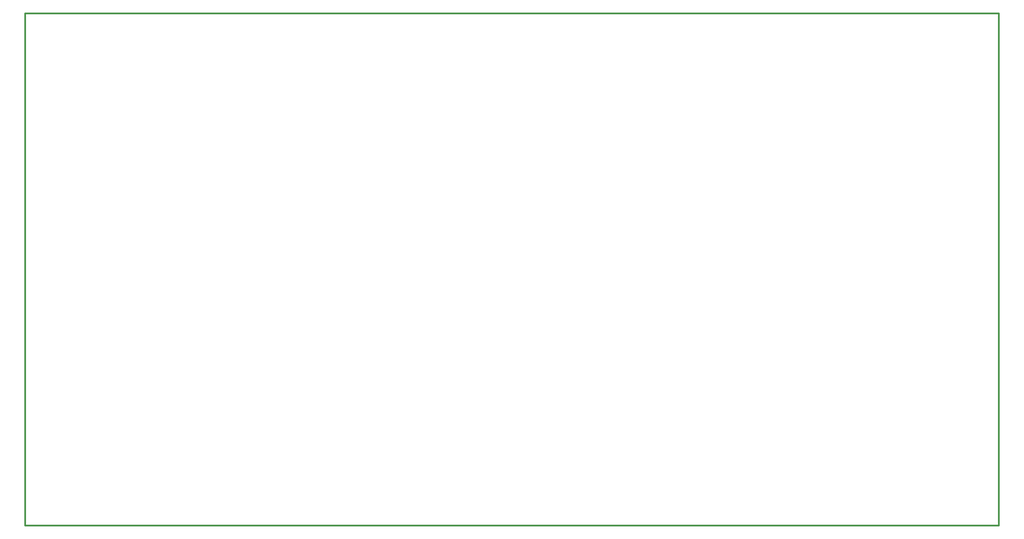
<source format=gko>
G04 Layer: BoardOutlineLayer*
G04 EasyEDA v6.5.39, 2024-02-04 17:57:03*
G04 f6d63844dc264826aa4dc6ae726a4a04,5509f98a9368439c9cde498926e245b9,10*
G04 Gerber Generator version 0.2*
G04 Scale: 100 percent, Rotated: No, Reflected: No *
G04 Dimensions in inches *
G04 leading zeros omitted , absolute positions ,3 integer and 6 decimal *
%FSLAX36Y36*%
%MOIN*%

%ADD10C,0.0120*%
D10*
X7480299Y0D02*
G01*
X0Y0D01*
X0Y3936999D01*
X0Y3936999D02*
G01*
X7480299Y3936999D01*
X7480298Y0D01*

%LPD*%
M02*

</source>
